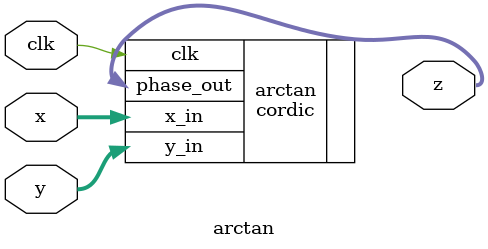
<source format=v>
`timescale 1ns / 1ps
module arctan(x,y,z,clk);
	parameter LENGTH=16;

	input [LENGTH-1:0] x,y;
	output [LENGTH-1:0]z;
	input clk;

  cordic arctan (
  .x_in(x), // input [15 : 0] x_in
  .y_in(y), // input [15 : 0] y_in
  .phase_out(z), // output [15 : 0] phase_out
  .clk(clk) // input clk
);


//----------------------------------------------------------------------------------------------------
//----------------------------------------------------------------------------------------------------	
////divide core instance begin
//	divcore div1 (
//  .aclk(clk), // input aclk
//  .s_axis_divisor_tvalid(s_axis_divisor_tvalid), // input s_axis_divisor_tvalid
//  .s_axis_divisor_tdata(x), // input [7 : 0] s_axis_divisor_tdata
//  .s_axis_dividend_tvalid(s_axis_dividend_tvalid), // input s_axis_dividend_tvalid
//  .s_axis_dividend_tdata(y), // input [7 : 0] s_axis_dividend_tdata
//  .m_axis_dout_tvalid(m_axis_dout_tvalid), // output m_axis_dout_tvalid
//  .m_axis_dout_tdata(z) // output [15 : 0] m_axis_dout_tdata
//);
////divide core instance end
//----------------------------------------------------------------------------------------------------
//----------------------------------------------------------------------------------------------------
//float core instance begin
//float float1 (
//  .a(y), // input [31 : 0] a
//  .b(x), // input [31 : 0] b
//  .clk(clk), // input clk
//  .result(z) // output [31 : 0] result
//);
////float core instance end
////----------------------------------------------------------------------------------------------------
////----------------------------------------------------------------------------------------------------
////fixed to float instance begin
//	fix2float fix2float1 (
//  .a(lower), // input [31 : 0] a
//  .clk(clk), // input clk
//  .result(q1) // output [31 : 0] result
//);
//
////fixed to float instance end
////----------------------------------------------------------------------------------------------------
////----------------------------------------------------------------------------------------------------
////fixed to float instance begin
//fix2float fix2float1 (
//  .a(lower), // input [31 : 0] a
//  .clk(clk), // input clk
//  .result(q1) // output [31 : 0] result
//);
////fixed to float instance end
////----------------------------------------------------------------------------------------------------
////----------------------------------------------------------------------------------------------------
//function reg range (input [LENGTH-1:0] lower,val,upper);
//	begin
//		range = val >=lower && val <= upper;
//	end
//	endfunction
////----------------------------------------------------------------------------------------------------
////----------------------------------------------------------------------------------------------------
////	function reg arctan(input [LENGTH-1:0] z, output [LENGTH-1:0] degree);
//always @ (posedge clk)
//	begin
//		case (1)
//		range(0,z,10): degree = 84;	
//		endcase
//	end
////----------------------------------------------------------------------------------------------------
////----------------------------------------------------------------------------------------------------
endmodule

</source>
